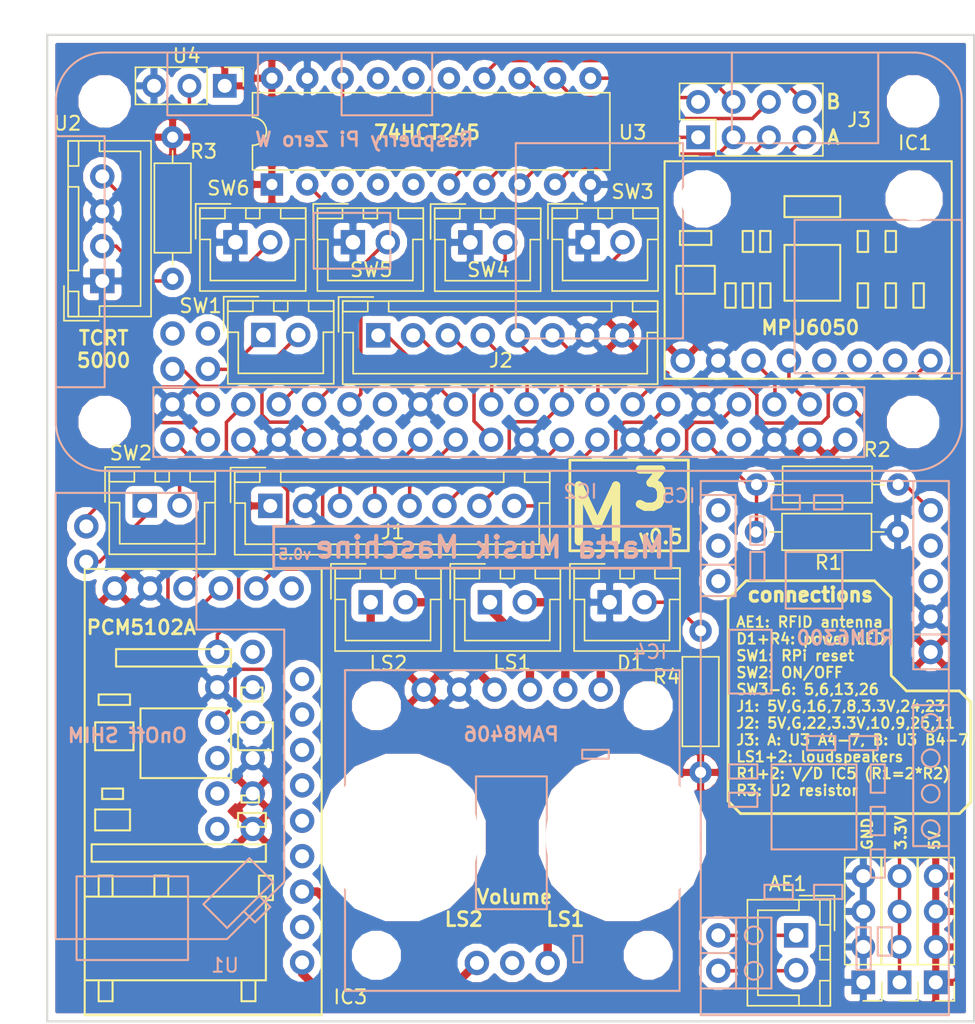
<source format=kicad_pcb>
(kicad_pcb (version 20240108) (generator "pcbnew") (generator_version "8.0")
  (layers (0 "F.Cu" signal) (31 "B.Cu" signal) (34 "B.Paste" user) (35 "F.Paste" user) (36 "B.SilkS" user "B.Silkscreen") (37 "F.SilkS" user "F.Silkscreen") (38 "B.Mask" user) (39 "F.Mask" user) (44 "Edge.Cuts" user))
  (net 0 "")
  (net 1 "Net-(AE1-Pad1)")
  (net 2 "Net-(AE1-Pad2)")
  (net 3 "GNDREF")
  (net 4 "+5V")
  (net 5 "Net-(IC1-Pad3)")
  (net 6 "Net-(IC1-Pad4)")
  (net 7 "Net-(IC1-Pad5)")
  (net 8 "Net-(IC1-Pad6)")
  (net 9 "Net-(IC1-Pad7)")
  (net 10 "Net-(IC1-Pad8)")
  (net 11 "Net-(IC2-Pad21)")
  (net 12 "Net-(IC2-Pad22)")
  (net 13 "Net-(IC2-Pad23)")
  (net 14 "Net-(IC2-Pad24)")
  (net 15 "Net-(IC2-Pad26)")
  (net 16 "Net-(IC2-Pad27)")
  (net 17 "Net-(IC2-Pad28)")
  (net 18 "Net-(IC2-Pad29)")
  (net 19 "Net-(IC2-Pad31)")
  (net 20 "Net-(IC2-Pad32)")
  (net 21 "Net-(IC2-Pad33)")
  (net 22 "Net-(IC2-Pad35)")
  (net 23 "Net-(IC2-Pad36)")
  (net 24 "Net-(IC2-Pad37)")
  (net 25 "Net-(IC2-Pad38)")
  (net 26 "Net-(IC2-Pad40)")
  (net 27 "+3V3")
  (net 28 "Net-(IC2-Pad8)")
  (net 29 "Net-(IC2-Pad10)")
  (net 30 "Net-(IC2-Pad11)")
  (net 31 "Net-(IC2-Pad12)")
  (net 32 "Net-(IC2-Pad15)")
  (net 33 "Net-(IC2-Pad16)")
  (net 34 "Net-(IC2-Pad17)")
  (net 35 "Net-(IC2-Pad18)")
  (net 36 "Net-(IC2-Pad19)")
  (net 37 "Net-(IC2-Pad41)")
  (net 38 "Net-(IC2-Pad42)")
  (net 39 "Net-(IC2-Pad43)")
  (net 40 "Net-(IC2-Pad44)")
  (net 41 "Net-(IC3-Pad6)")
  (net 42 "Net-(IC3-Pad12)")
  (net 43 "Net-(IC3-Pad13)")
  (net 44 "Net-(IC3-Pad14)")
  (net 45 "Net-(IC3-Pad15)")
  (net 46 "Net-(IC3-Pad11)")
  (net 47 "Net-(IC3-Pad10)")
  (net 48 "Net-(IC3-Pad9)")
  (net 49 "Net-(IC3-Pad8)")
  (net 50 "Net-(IC3-Pad7)")
  (net 51 "Net-(IC4-Pad3)")
  (net 52 "Net-(IC4-Pad5)")
  (net 53 "Net-(IC5-Pad3)")
  (net 54 "Net-(IC5-Pad4)")
  (net 55 "Net-(IC5-Pad5)")
  (net 56 "Net-(IC5-Pad6)")
  (net 57 "Net-(IC5-Pad7)")
  (net 58 "Net-(IC5-Pad8)")
  (net 59 "Net-(U3-Pad18)")
  (net 60 "Net-(IC4-Pad6)")
  (net 61 "Net-(IC4-Pad4)")
  (net 62 "Net-(IC4-Pad8)")
  (net 63 "Net-(J3-Pad1)")
  (net 64 "Net-(J3-Pad2)")
  (net 65 "Net-(J3-Pad3)")
  (net 66 "Net-(J3-Pad4)")
  (net 67 "Net-(J3-Pad5)")
  (net 68 "Net-(J3-Pad6)")
  (net 69 "Net-(J3-Pad7)")
  (net 70 "Net-(IC2-Pad7)")
  (net 71 "Net-(SW2-Pad2)")
  (net 72 "Net-(J3-Pad8)")
  (net 73 "Net-(SW2-Pad1)")
  (net 74 "Net-(U3-Pad3)")
  (net 75 "Net-(U3-Pad4)")
  (net 76 "Net-(U3-Pad5)")
  (net 77 "Net-(U3-Pad15)")
  (net 78 "Net-(U3-Pad16)")
  (net 79 "Net-(U3-Pad17)")
  (net 80 "Net-(R3-Pad1)")
  (net 81 "Net-(U1-Pad4)")
  (net 82 "Net-(U1-Pad5)")
  (net 83 "Net-(U1-Pad6)")
  (net 84 "Net-(U1-Pad7)")
  (net 85 "Net-(U1-Pad8)")
  (net 86 "Net-(U1-Pad9)")
  (net 87 "Net-(D1-Pad2)")
  (footprint "Connectors_JST:JST_XH_B02B-XH-A_02x2.50mm_Straight" (layer "F.Cu") (at 183.515 76.4413)
    (property "Reference" "LS1")
    (property "Value" "Right Speaker")
  )
  (footprint "Connectors_JST:JST_XH_B02B-XH-A_02x2.50mm_Straight" (layer "F.Cu") (at 174.9552 76.4413)
    (property "Reference" "LS2")
    (property "Value" "Left Speaker")
  )
  (footprint "Connectors_JST:JST_XH_B02B-XH-A_02x2.50mm_Straight" (layer "F.Cu") (at 167.259 57.277)
    (property "Reference" "SW1")
    (property "Value" "Reset Button")
  )
  (footprint "Connectors_JST:JST_XH_B02B-XH-A_02x2.50mm_Straight" (layer "F.Cu") (at 190.5254 50.6222)
    (property "Reference" "SW3")
    (property "Value" "GPIO 5")
  )
  (footprint "Connectors_JST:JST_XH_B02B-XH-A_02x2.50mm_Straight" (layer "F.Cu") (at 182.1053 50.6349)
    (property "Reference" "SW4")
    (property "Value" "GPIO 6")
  )
  (footprint "Connectors_JST:JST_XH_B02B-XH-A_02x2.50mm_Straight" (layer "F.Cu") (at 173.6852 50.6222)
    (property "Reference" "SW5")
    (property "Value" "GPIO 13")
  )
  (footprint "Connectors_JST:JST_XH_B02B-XH-A_02x2.50mm_Straight" (layer "F.Cu") (at 165.2524 50.6222)
    (property "Reference" "SW6")
    (property "Value" "GPIO 26")
  )
  (footprint "Connectors_JST:JST_XH_B04B-XH-A_04x2.50mm_Straight" (layer "F.Cu") (at 155.702 53.4035 90)
    (property "Reference" "U2")
    (property "Value" "TCRT5000 IR Sensor")
  )
  (footprint "Housings_DIP:DIP-20_W7.62mm" (layer "F.Cu") (at 167.8686 46.482 90)
    (property "Reference" "U3")
    (property "Value" "74HCT245 Level Shifter")
  )
  (footprint "Pin_Headers:Pin_Header_Straight_1x03_Pitch2.54mm" (layer "F.Cu") (at 164.4904 39.4081 -90)
    (property "Reference" "U4")
    (property "Value" "WS2812B")
  )
  (footprint "Connectors_JST:JST_XH_B08B-XH-A_08x2.50mm_Straight" (layer "F.Cu") (at 167.7543 69.5325)
    (property "Reference" "J1")
    (property "Value" "Conn_01x08")
  )
  (footprint "Connectors_JST:JST_XH_B08B-XH-A_08x2.50mm_Straight" (layer "F.Cu") (at 175.5 57.3)
    (property "Reference" "J2")
    (property "Value" "Conn_01x08")
  )
  (footprint "Pin_Headers:Pin_Header_Straight_1x04_Pitch2.54mm" (layer "F.Cu") (at 212.9 103.7 180)
    (property "Reference" "J5" (hide yes))
    (property "Value" "+3.3V")
  )
  (footprint "Pin_Headers:Pin_Header_Straight_1x04_Pitch2.54mm" (layer "F.Cu") (at 210.3 103.7 180)
    (property "Reference" "J4" (hide yes))
    (property "Value" "GND")
  )
  (footprint "Pin_Headers:Pin_Header_Straight_1x04_Pitch2.54mm" (layer "F.Cu") (at 215.5 103.7 180)
    (property "Reference" "J6" (hide yes))
    (property "Value" "+5V")
  )
  (footprint "footprints:PCM5102" (layer "F.Cu") (at 170.0403 81.9531 -90)
    (property "Reference" "IC3")
    (property "Value" "PCM5102 Audio Stereo DAC")
  )
  (footprint "footprints:MPU6050" (layer "F.Cu") (at 197.3453 59.1185)
    (property "Reference" "IC1")
    (property "Value" "MPU6050 Gyro + Accelerometer")
  )
  (footprint "Connectors_JST:JST_XH_B02B-XH-A_02x2.50mm_Straight" (layer "F.Cu") (at 192.1002 76.4413)
    (property "Reference" "D1")
    (property "Value" "Power LED")
  )
  (footprint "Resistors_THT:R_Axial_DIN0207_L6.3mm_D2.5mm_P10.16mm_Horizontal" (layer "F.Cu") (at 202.6 71.4)
    (property "Reference" "R1")
    (property "Value" "2a")
  )
  (footprint "Resistors_THT:R_Axial_DIN0207_L6.3mm_D2.5mm_P10.16mm_Horizontal" (layer "F.Cu") (at 212.8 68 180)
    (property "Reference" "R2")
    (property "Value" "a")
  )
  (footprint "Resistors_THT:R_Axial_DIN0207_L6.3mm_D2.5mm_P10.16mm_Horizontal" (layer "F.Cu") (at 160.75 53.25 90)
    (property "Reference" "R3")
    (property "Value" "220R")
  )
  (footprint "Resistors_THT:R_Axial_DIN0207_L6.3mm_D2.5mm_P10.16mm_Horizontal" (layer "F.Cu") (at 198.628 78.486 -90)
    (property "Reference" "R4")
    (property "Value" "R")
  )
  (footprint "Connectors_JST:JST_XH_B02B-XH-A_02x2.50mm_Straight" (layer "F.Cu") (at 158.75 69.5)
    (property "Reference" "SW2")
    (property "Value" "ON/OFF Button")
  )
  (footprint "Pin_Headers:Pin_Header_Straight_2x04_Pitch2.54mm" (layer "F.Cu") (at 198.45 43.1 90)
    (property "Reference" "J3")
    (property "Value" "Conn_02x04_Odd_Even")
  )
  (footprint "Connectors_JST:JST_XH_B02B-XH-A_02x2.50mm_Straight" (layer "F.Cu") (at 205.486 100.33 -90)
    (property "Reference" "AE1")
    (property "Value" "RFID Antenna")
  )
  (footprint "footprints:PAM8406" (layer "B.Cu") (at 182.5752 102.3112 180)
    (property "Reference" "IC4")
    (property "Value" "PAM8406 Audio Amplifier")
  )
  (footprint "footprints:OnOffShim" (layer "B.Cu") (at 159.875 86.45)
    (property "Reference" "U1")
    (property "Value" "OnOffShim")
  )
  (footprint "footprints:RaspberryPiZeroW_UpSideDown" (layer "B.Cu") (at 209 62.25)
    (property "Reference" "IC2")
    (property "Value" "RaspberryPiZeroW")
  )
  (footprint "footprints:RDM6300" (layer "B.Cu") (at 215.138 80.01 -90)
    (property "Reference" "IC5")
    (property "Value" "RDM6300 RFID Reader")
  )
  (gr_line (start 196.5 71) (end 168 71) (stroke (width 0.2)) (layer "B.SilkS"))
  (gr_line (start 168 74) (end 196.5 74) (stroke (width 0.2)) (layer "B.SilkS"))
  (gr_line (start 196.5 74) (end 196.5 71) (stroke (width 0.2)) (layer "B.SilkS"))
  (gr_line (start 168 71) (end 168 74) (stroke (width 0.2)) (layer "B.SilkS"))
  (gr_line (start 212.3 76.1) (end 212.3 81.7) (stroke (width 0.2)) (layer "F.SilkS"))
  (gr_line (start 218 90.8) (end 217.2 91.6) (stroke (width 0.2)) (layer "F.SilkS"))
  (gr_line (start 197.75 66.25) (end 189.25 66.25) (stroke (width 0.2)) (layer "F.SilkS"))
  (gr_line (start 189.25 66.25) (end 189.25 72.75) (stroke (width 0.2)) (layer "F.SilkS"))
  (gr_line (start 189.25 72.75) (end 197.75 72.75) (stroke (width 0.2)) (layer "F.SilkS"))
  (gr_line (start 200.6 76.2) (end 200.6 90.7) (stroke (width 0.2)) (layer "F.SilkS"))
  (gr_line (start 211.1 74.9) (end 212.3 76.1) (stroke (width 0.2)) (layer "F.SilkS"))
  (gr_line (start 212.3 81.7) (end 213.4 82.8) (stroke (width 0.2)) (layer "F.SilkS"))
  (gr_line (start 217.2 91.6) (end 201.5 91.6) (stroke (width 0.2)) (layer "F.SilkS"))
  (gr_line (start 200.6 90.7) (end 201.5 91.6) (stroke (width 0.2)) (layer "F.SilkS"))
  (gr_line (start 218 83.6) (end 218 90.8) (stroke (width 0.2)) (layer "F.SilkS"))
  (gr_line (start 197.75 72.75) (end 197.75 66.25) (stroke (width 0.2)) (layer "F.SilkS"))
  (gr_line (start 217.2 82.8) (end 218 83.6) (stroke (width 0.2)) (layer "F.SilkS"))
  (gr_line (start 201.9 74.9) (end 211.1 74.9) (stroke (width 0.2)) (layer "F.SilkS"))
  (gr_line (start 200.6 76.2) (end 201.9 74.9) (stroke (width 0.2)) (layer "F.SilkS"))
  (gr_line (start 217.2 82.8) (end 213.4 82.8) (stroke (width 0.2)) (layer "F.SilkS"))
  (gr_line (start 218.25 106.5) (end 218.25 35.75) (stroke (width 0.15)) (layer "Edge.Cuts"))
  (gr_line (start 218.25 35.75) (end 218.25 106.5) (stroke (width 0.15)) (layer "Edge.Cuts"))
  (gr_line (start 151.75 35.75) (end 218.25 35.75) (stroke (width 0.15)) (layer "Edge.Cuts"))
  (gr_line (start 151.75 106.5) (end 218.25 106.5) (stroke (width 0.15)) (layer "Edge.Cuts"))
  (gr_line (start 151.75 106.5) (end 151.75 35.75) (stroke (width 0.15)) (layer "Edge.Cuts"))
  (gr_text "OnOff SHIM" (at 157.5 86 0) (layer "B.SilkS") (effects (font (size 1 1) (thickness 0.2)) (justify mirror)))
  (gr_text "RDM6300" (at 209 79 0) (layer "B.SilkS") (effects (font (size 1 1) (thickness 0.2)) (justify mirror)))
  (gr_text "PAM8406" (at 185.039 85.9155 0) (layer "B.SilkS") (effects (font (size 1 1) (thickness 0.2)) (justify mirror)))
  (gr_text "Raspberry Pi Zero W" (at 174.5 43.25 0) (layer "B.SilkS") (effects (font (size 1 1) (thickness 0.2)) (justify mirror)))
  (gr_text "v0.5" (at 169.5 73 0) (layer "B.SilkS") (effects (font (size 0.75 0.75)) (justify mirror)))
  (gr_text "Marta Musik Maschine" (at 183.5 72.5 0) (layer "B.SilkS") (effects (font (size 1.5 1.5) (thickness 0.3)) (justify mirror)))
  (gr_text "v0.5" (at 195.75 71.75 0) (layer "F.SilkS") (effects (font (size 1 1) (thickness 0.2))))
  (gr_text "MPU6050" (at 206.5 56.75 0) (layer "F.SilkS") (effects (font (size 1 1) (thickness 0.2))))
  (gr_text "GND\n\n3.3V\n\n5V" (at 213 94.3 90) (layer "F.SilkS") (effects (font (size 0.75 0.75) (thickness 0.16)) (justify left)))
  (gr_text "TCRT\n5000" (at 155.8 58.3 0) (layer "F.SilkS") (effects (font (size 1 1) (thickness 0.2))))
  (gr_text "M³" (at 192.75 70.25 0) (layer "F.SilkS") (effects (font (size 4 4) (thickness 0.6))))
  (gr_text "connections" (at 206.5 75.9 0) (layer "F.SilkS") (effects (font (size 1 1) (thickness 0.25))))
  (gr_text "A" (at 208.15 43.1 0) (layer "F.SilkS") (effects (font (size 1 1) (thickness 0.2))))
  (gr_text "B" (at 208.15 40.55 0) (layer "F.SilkS") (effects (font (size 1 1) (thickness 0.2))))
  (gr_text "74HCT245" (at 179 42.75 0) (layer "F.SilkS") (effects (font (size 1 1) (thickness 0.2))))
  (gr_text "PCM5102A" (at 158.5 78.25 0) (layer "F.SilkS") (effects (font (size 1 1) (thickness 0.2))))
  (gr_text "Volume\nLS2      LS1" (at 185.2803 98.3742 0) (layer "F.SilkS") (effects (font (size 1 1) (thickness 0.2))))
  (gr_text "AE1: RFID antenna\nD1+R4: power LED\nSW1: RPi reset\nSW2: ON/OFF\nSW3-6: 5,6,13,26\nJ1: 5V,G,16,7,8,3.3V,24,23\nJ2: 5V,G,22,3.3V,10,9,25,11\nJ3: A: U3 A4-7, B: U3 B4-7\nLS1+2: loudspeakers\nR1+2: V/D IC5 (R1=2*R2)\nR3: U2 resistor\n" (at 201.1 83.9 0) (layer "F.SilkS") (effects (font (size 0.75 0.75)) (justify left)))
  (segment (start 205.486 100.33) (end 199.898 100.33) (width 0.25) (layer "F.Cu") (net 1))
  (segment (start 205.446 102.87) (end 205.486 102.83) (width 0.25) (layer "F.Cu") (net 2))
  (segment (start 199.898 102.87) (end 205.446 102.87) (width 0.25) (layer "F.Cu") (net 2))
  (segment (start 202.4253 59.1439) (end 203.962 60.6806) (width 0.25) (layer "F.Cu") (net 5))
  (segment (start 203.962 60.6806) (end 203.962 62.2808) (width 0.25) (layer "F.Cu") (net 5))
  (segment (start 202.4253 59.1185) (end 202.4253 59.1439) (width 0.25) (layer "F.Cu") (net 5))
  (segment (start 204.9653 60.7441) (end 206.502 62.2808) (width 0.25) (layer "F.Cu") (net 6))
  (segment (start 204.9653 59.1185) (end 204.9653 60.7441) (width 0.25) (layer "F.Cu") (net 6))
  (segment (start 207.3148 63.5889) (end 207.7847 63.119) (width 0.25) (layer "F.Cu") (net 10))
  (segment (start 207.7847 63.119) (end 207.7847 61.2902) (width 0.25) (layer "F.Cu") (net 10))
  (segment (start 207.7847 61.2902) (end 208.3435 60.7314) (width 0.25) (layer "F.Cu") (net 10))
  (segment (start 208.3435 60.7314) (end 213.5124 60.7314) (width 0.25) (layer "F.Cu") (net 10))
  (segment (start 213.5124 60.7314) (end 215.1253 59.1185) (width 0.25) (layer "F.Cu") (net 10))
  (segment (start 193.802 62.2681) (end 195.1736 60.8965) (width 0.25) (layer "F.Cu") (net 10))
  (segment (start 195.1736 60.8965) (end 201.9808 60.8965) (width 0.25) (layer "F.Cu") (net 10))
  (segment (start 201.9808 60.8965) (end 202.6666 61.5823) (width 0.25) (layer "F.Cu") (net 10))
  (segment (start 202.6666 61.5823) (end 202.6666 63.0682) (width 0.25) (layer "F.Cu") (net 10))
  (segment (start 202.6666 63.0682) (end 203.1873 63.5889) (width 0.25) (layer "F.Cu") (net 10))
  (segment (start 203.1873 63.5889) (end 207.3148 63.5889) (width 0.25) (layer "F.Cu") (net 10))
  (segment (start 180.8315 57.4383) (end 183.642 60.2488) (width 0.25) (layer "F.Cu") (net 11))
  (segment (start 183.642 60.2488) (end 183.642 62.2808) (width 0.25) (layer "F.Cu") (net 11))
  (segment (start 183.642 64.7192) (end 182.372 63.4492) (width 0.25) (layer "F.Cu") (net 12))
  (segment (start 182.372 63.4492) (end 182.372 61.3175) (width 0.25) (layer "F.Cu") (net 12))
  (segment (start 182.372 61.3175) (end 178.3315 57.277) (width 0.25) (layer "F.Cu") (net 12))
  (segment (start 183.642 64.8208) (end 183.642 64.7192) (width 0.25) (layer "F.Cu") (net 12))
  (segment (start 176.0982 57.277) (end 181.102 62.2808) (width 0.25) (layer "F.Cu") (net 13))
  (segment (start 181.0893 64.8208) (end 177.7543 68.1558) (width 0.25) (layer "F.Cu") (net 14))
  (segment (start 177.7543 68.1558) (end 177.7543 69.5325) (width 0.25) (layer "F.Cu") (net 14))
  (segment (start 181.102 64.8208) (end 181.102 64.9224) (width 0.25) (layer "F.Cu") (net 14))
  (segment (start 181.102 64.8208) (end 181.0893 64.8208) (width 0.25) (layer "F.Cu") (net 14))
  (segment (start 178.562 64.8462) (end 175.2543 68.1539) (width 0.25) (layer "F.Cu") (net 15))
  (segment (start 175.2543 68.1539) (end 175.2543 69.5325) (width 0.25) (layer "F.Cu") (net 15))
  (segment (start 178.562 64.8208) (end 178.562 64.8462) (width 0.25) (layer "F.Cu") (net 15))
  (segment (start 185.7883 52.2986) (end 191.9859 52.2986) (width 0.25) (layer "F.Cu") (net 18))
  (segment (start 191.9859 52.2986) (end 193.0254 51.2591) (width 0.25) (layer "F.Cu") (net 18))
  (segment (start 193.0254 51.2591) (end 193.0254 50.6222) (width 0.25) (layer "F.Cu") (net 18))
  (segment (start 173.482 62.2681) (end 174.25005 61.50005) (width 0.25) (layer "F.Cu") (net 18))
  (segment (start 174.4091 54.229) (end 175.2473 53.3908) (width 0.25) (layer "F.Cu") (net 18))
  (segment (start 175.2473 53.3908) (end 184.6961 53.3908) (width 0.25) (layer "F.Cu") (net 18))
  (segment (start 174.25005 54.38805) (end 174.4091 54.229) (width 0.25) (layer "F.Cu") (net 18))
  (segment (start 173.482 62.2808) (end 173.482 62.2681) (width 0.25) (layer "F.Cu") (net 18))
  (segment (start 174.25005 61.50005) (end 174.25005 54.38805) (width 0.25) (layer "F.Cu") (net 18))
  (segment (start 184.6961 53.3908) (end 185.7883 52.2986) (width 0.25) (layer "F.Cu") (net 18))
  (segment (start 183.7182 52.7558) (end 184.6053 51.8687) (width 0.25) (layer "F.Cu") (net 19))
  (segment (start 184.6053 51.8687) (end 184.6053 50.6349) (width 0.25) (layer "F.Cu") (net 19))
  (segment (start 170.942 62.23) (end 173.5201 59.6519) (width 0.25) (layer "F.Cu") (net 19))
  (segment (start 173.5201 59.6519) (end 173.5201 54.0131) (width 0.25) (layer "F.Cu") (net 19))
  (segment (start 173.5201 54.0131) (end 174.7774 52.7558) (width 0.25) (layer "F.Cu") (net 19))
  (segment (start 174.7774 52.7558) (end 183.7182 52.7558) (width 0.25) (layer "F.Cu") (net 19))
  (segment (start 170.942 64.77) (end 169.6974 63.5254) (width 0.25) (layer "F.Cu") (net 20))
  (segment (start 169.6974 63.5254) (end 167.6781 63.5254) (width 0.25) (layer "F.Cu") (net 20))
  (segment (start 167.6781 63.5254) (end 167.1574 63.0047) (width 0.25) (layer "F.Cu") (net 20))
  (segment (start 167.1574 63.0047) (end 167.1574 60.9346) (width 0.25) (layer "F.Cu") (net 20))
  (segment (start 167.1574 60.9346) (end 168.1353 59.9567) (width 0.25) (layer "F.Cu") (net 20))
  (segment (start 168.1353 59.9567) (end 169.1005 59.9567) (width 0.25) (layer "F.Cu") (net 20))
  (segment (start 169.1005 59.9567) (end 169.8244 59.2328) (width 0.25) (layer "F.Cu") (net 20))
  (segment (start 169.8244 59.2328) (end 170.9166 59.2328) (width 0.25) (layer "F.Cu") (net 20))
  (segment (start 170.9166 59.2328) (end 171.6151 58.5343) (width 0.25) (layer "F.Cu") (net 20))
  (segment (start 171.6151 58.5343) (end 171.6151 47.6885) (width 0.25) (layer "F.Cu") (net 20))
  (segment (start 171.6151 47.6885) (end 170.4086 46.482) (width 0.25) (layer "F.Cu") (net 20))
  (segment (start 170.942 64.8208) (end 170.942 64.77) (width 0.25) (layer "F.Cu") (net 20))
  (segment (start 176.0474 50.6222) (end 172.6819 53.9877) (width 0.25) (layer "F.Cu") (net 21))
  (segment (start 172.6819 53.9877) (end 172.6819 59.0169) (width 0.25) (layer "F.Cu") (net 21))
  (segment (start 172.6819 59.0169) (end 171.1452 60.5536) (width 0.25) (layer "F.Cu") (net 21))
  (segment (start 171.1452 60.5536) (end 170.1292 60.5536) (width 0.25) (layer "F.Cu") (net 21))
  (segment (start 170.1292 60.5536) (end 168.402 62.2808) (width 0.25) (layer "F.Cu") (net 21))
  (segment (start 164.6047 63.5381) (end 165.862 62.2808) (width 0.25) (layer "F.Cu") (net 22))
  (segment (start 161.6703 75.4006) (end 163.4617 73.6092) (width 0.25) (layer "F.Cu") (net 22))
  (segment (start 164.6047 65.8876) (end 164.6047 63.5381) (width 0.25) (layer "F.Cu") (net 22))
  (segment (start 164.6301 65.8876) (end 165.6715 66.929) (width 0.25) (layer "F.Cu") (net 22))
  (segment (start 165.6715 66.929) (end 170.4721 66.929) (width 0.25) (layer "F.Cu") (net 22))
  (segment (start 170.4721 66.929) (end 171.5135 67.9704) (width 0.25) (layer "F.Cu") (net 22))
  (segment (start 171.5135 67.9704) (end 171.5135 70.6755) (width 0.25) (layer "F.Cu") (net 22))
  (segment (start 164.4015 72.6694) (end 169.5196 72.6694) (width 0.25) (layer "F.Cu") (net 22))
  (segment (start 169.5196 72.6694) (end 171.5135 70.6755) (width 0.25) (layer "F.Cu") (net 22))
  (segment (start 164.6047 65.8876) (end 164.6301 65.8876) (width 0.25) (layer "F.Cu") (net 22))
  (segment (start 163.4617 73.6092) (end 164.4015 72.6694) (width 0.25) (layer "F.Cu") (net 22))
  (segment (start 165.8874 64.8208) (end 167.386 66.3194) (width 0.25) (layer "F.Cu") (net 23))
  (segment (start 167.386 66.3194) (end 171.4754 66.3194) (width 0.25) (layer "F.Cu") (net 23))
  (segment (start 171.4754 66.3194) (end 172.7543 67.5983) (width 0.25) (layer "F.Cu") (net 23))
  (segment (start 172.7543 67.5983) (end 172.7543 69.5325) (width 0.25) (layer "F.Cu") (net 23))
  (segment (start 165.862 64.8208) (end 165.8874 64.8208) (width 0.25) (layer "F.Cu") (net 23))
  (segment (start 163.195 62.2808) (end 161.925 61.0108) (width 0.25) (layer "F.Cu") (net 24))
  (segment (start 161.925 61.0108) (end 159.8295 61.0108) (width 0.25) (layer "F.Cu") (net 24))
  (segment (start 159.8295 61.0108) (end 159.131 60.3123) (width 0.25) (layer "F.Cu") (net 24))
  (segment (start 159.131 60.3123) (end 159.131 56.3499) (width 0.25) (layer "F.Cu") (net 24))
  (segment (start 159.131 56.3499) (end 160.4899 54.991) (width 0.25) (layer "F.Cu") (net 24))
  (segment (start 160.4899 54.991) (end 163.3836 54.991) (width 0.25) (layer "F.Cu") (net 24))
  (segment (start 163.3836 54.991) (end 167.7524 50.6222) (width 0.25) (layer "F.Cu") (net 24))
  (segment (start 163.1188 64.8208) (end 161.8615 63.5635) (width 0.25) (layer "F.Cu") (net 25))
  (segment (start 161.8615 63.5635) (end 160.02 63.5635) (width 0.25) (layer "F.Cu") (net 25))
  (segment (start 160.02 63.5635) (end 158.1785 61.722) (width 0.25) (layer "F.Cu") (net 25))
  (segment (start 157.353 51.562) (end 156.6945 50.9035) (width 0.25) (layer "F.Cu") (net 25))
  (segment (start 156.6945 50.9035) (end 155.702 50.9035) (width 0.25) (layer "F.Cu") (net 25))
  (segment (start 158.1785 54.356) (end 157.353 53.5305) (width 0.25) (layer "F.Cu") (net 25))
  (segment (start 157.353 53.5305) (end 157.353 51.562) (width 0.25) (layer "F.Cu") (net 25))
  (segment (start 163.322 64.8208) (end 163.1188 64.8208) (width 0.25) (layer "F.Cu") (net 25))
  (segment (start 158.1785 61.722) (end 158.1785 54.356) (width 0.25) (layer "F.Cu") (net 25))
  (segment (start 164.0689 75.4531) (end 162.2806 77.2414) (width 0.25) (layer "F.Cu") (net 26))
  (segment (start 162.2806 77.2414) (end 161.1757 77.2414) (width 0.25) (layer "F.Cu") (net 26))
  (segment (start 161.1757 77.2414) (end 160.4137 76.4794) (width 0.25) (layer "F.Cu") (net 26))
  (segment (start 160.4137 76.4794) (end 160.4137 74.5744) (width 0.25) (layer "F.Cu") (net 26))
  (segment (start 160.4137 74.5744) (end 162.3441 72.644) (width 0.25) (layer "F.Cu") (net 26))
  (segment (start 168.4401 67.8688) (end 168.9989 68.4276) (width 0.25) (layer "F.Cu") (net 26))
  (segment (start 168.9989 68.4276) (end 168.9989 70.4596) (width 0.25) (layer "F.Cu") (net 26))
  (segment (start 165.3032 67.8688) (end 168.4401 67.8688) (width 0.25) (layer "F.Cu") (net 26))
  (segment (start 165.3032 67.7672) (end 164.084 66.548) (width 0.25) (layer "F.Cu") (net 26))
  (segment (start 164.084 66.548) (end 162.5092 66.548) (width 0.25) (layer "F.Cu") (net 26))
  (segment (start 162.5092 66.548) (end 160.782 64.8208) (width 0.25) (layer "F.Cu") (net 26))
  (segment (start 163.2204 71.7677) (end 168.3258 71.7677) (width 0.25) (layer "F.Cu") (net 26))
  (segment (start 168.3258 71.7677) (end 168.9989 71.0946) (width 0.25) (layer "F.Cu") (net 26))
  (segment (start 168.9989 71.0946) (end 168.9989 70.4596) (width 0.25) (layer "F.Cu") (net 26))
  (segment (start 165.3032 67.8688) (end 165.3032 67.7672) (width 0.25) (layer "F.Cu") (net 26))
  (segment (start 162.3441 72.644) (end 163.2204 71.7677) (width 0.25) (layer "F.Cu") (net 26))
  (segment (start 209.25 62.25) (end 211.1 64.1) (width 0.25) (layer "F.Cu") (net 27))
  (segment (start 211.1 64.1) (end 211.1 65.5) (width 0.25) (layer "F.Cu") (net 27))
  (segment (start 211.1 65.5) (end 209.4 67.2) (width 0.25) (layer "F.Cu") (net 27))
  (segment (start 209.4 67.2) (end 209.4 86.2) (width 0.25) (layer "F.Cu") (net 27))
  (segment (start 209.4 86.2) (end 212.9 89.7) (width 0.25) (layer "F.Cu") (net 27))
  (segment (start 212.9 89.7) (end 212.9 96.08) (width 0.25) (layer "F.Cu") (net 27))
  (segment (start 212.9 101.16) (end 212.9 103.7) (width 0.25) (layer "F.Cu") (net 27))
  (segment (start 212.9 98.62) (end 212.9 101.16) (width 0.25) (layer "F.Cu") (net 27))
  (segment (start 212.9 96.08) (end 212.9 98.62) (width 0.25) (layer "F.Cu") (net 27))
  (segment (start 202.05 68) (end 198.84 64.79) (width 0.25) (layer "F.Cu") (net 29))
  (segment (start 202.64 68) (end 202.64 71.36) (width 0.25) (layer "F.Cu") (net 29))
  (segment (start 202.64 68) (end 202.05 68) (width 0.25) (layer "F.Cu") (net 29))
  (segment (start 163.96048 78.767) (end 165.48608 77.2414) (width 0.25) (layer "F.Cu") (net 30))
  (segment (start 165.48608 77.2414) (end 165.48608 74.04608) (width 0.25) (layer "F.Cu") (net 30))
  (segment (start 165.48608 74.04608) (end 166.1414 73.39076) (width 0.25) (layer "F.Cu") (net 30))
  (segment (start 166.1414 73.39076) (end 170.2054 73.39076) (width 0.25) (layer "F.Cu") (net 30))
  (segment (start 170.2054 73.39076) (end 172.50156 71.0946) (width 0.25) (layer "F.Cu") (net 30))
  (segment (start 172.50156 71.0946) (end 187.54852 71.0946) (width 0.25) (layer "F.Cu") (net 30))
  (segment (start 187.54852 71.0946) (end 192.53708 66.10604) (width 0.25) (layer "F.Cu") (net 30))
  (segment (start 192.53708 66.10604) (end 192.53708 64.1604) (width 0.25) (layer "F.Cu") (net 30))
  (segment (start 192.53708 64.1604) (end 193.16192 63.53556) (width 0.25) (layer "F.Cu") (net 30))
  (segment (start 193.16192 63.53556) (end 195.08724 63.53556) (width 0.25) (layer "F.Cu") (net 30))
  (segment (start 195.08724 63.53556) (end 196.342 62.2808) (width 0.25) (layer "F.Cu") (net 30))
  (segment (start 163.955 78.77248) (end 163.96048 78.767) (width 0.25) (layer "F.Cu") (net 30))
  (segment (start 163.955 80) (end 163.955 78.77248) (width 0.25) (layer "F.Cu") (net 30))
  (segment (start 194.52844 66.63436) (end 196.342 64.8208) (width 0.25) (layer "F.Cu") (net 31))
  (segment (start 193.4464 66.63436) (end 188.1378 71.94296) (width 0.25) (layer "F.Cu") (net 31))
  (segment (start 188.1378 71.94296) (end 172.86224 71.94296) (width 0.25) (layer "F.Cu") (net 31))
  (segment (start 172.86224 71.94296) (end 170.74388 74.06132) (width 0.25) (layer "F.Cu") (net 31))
  (segment (start 168.14208 74.06132) (end 166.7503 75.4531) (width 0.25) (layer "F.Cu") (net 31))
  (segment (start 170.74388 74.06132) (end 168.14208 74.06132) (width 0.25) (layer "F.Cu") (net 31))
  (segment (start 194.52844 66.63436) (end 193.4464 66.63436) (width 0.25) (layer "F.Cu") (net 31))
  (segment (start 188.3315 57.4707) (end 191.262 60.4012) (width 0.25) (layer "F.Cu") (net 32))
  (segment (start 191.262 60.4012) (end 191.262 62.2808) (width 0.25) (layer "F.Cu") (net 32))
  (segment (start 191.262 65.0367) (end 186.7662 69.5325) (width 0.25) (layer "F.Cu") (net 33))
  (segment (start 186.7662 69.5325) (end 185.2543 69.5325) (width 0.25) (layer "F.Cu") (net 33))
  (segment (start 188.68 60.93) (end 185.5 57.75) (width 0.25) (layer "F.Cu") (net 34))
  (segment (start 188.65 62.25) (end 187.4 63.5) (width 0.25) (layer "F.Cu") (net 34))
  (segment (start 187.4 63.5) (end 185.25 63.5) (width 0.25) (layer "F.Cu") (net 34))
  (segment (start 185.25 63.5) (end 184.9 63.85) (width 0.25) (layer "F.Cu") (net 34))
  (segment (start 184.9 63.85) (end 184.9 65.95) (width 0.25) (layer "F.Cu") (net 34))
  (segment (start 184.9 65.95) (end 183.55 67.3) (width 0.25) (layer "F.Cu") (net 34))
  (segment (start 183.55 67.3) (end 182.4868 67.3) (width 0.25) (layer "F.Cu") (net 34))
  (segment (start 182.4868 67.3) (end 180.2543 69.5325) (width 0.25) (layer "F.Cu") (net 34))
  (segment (start 188.68 62.25) (end 188.65 62.25) (width 0.25) (layer "F.Cu") (net 34))
  (segment (start 188.68 62.25) (end 188.68 60.93) (width 0.25) (layer "F.Cu") (net 34))
  (segment (start 188.722 64.9097) (end 186.3471 67.2846) (width 0.25) (layer "F.Cu") (net 35))
  (segment (start 186.3471 67.2846) (end 185.0022 67.2846) (width 0.25) (layer "F.Cu") (net 35))
  (segment (start 185.0022 67.2846) (end 182.7543 69.5325) (width 0.25) (layer "F.Cu") (net 35))
  (segment (start 183.3315 57.7539) (end 186.182 60.6044) (width 0.25) (layer "F.Cu") (net 36))
  (segment (start 186.182 60.6044) (end 186.182 62.2808) (width 0.25) (layer "F.Cu") (net 36))
  (segment (start 164.7952 59.7408) (end 167.259 57.277) (width 0.25) (layer "F.Cu") (net 37))
  (segment (start 163.322 59.7408) (end 164.7952 59.7408) (width 0.25) (layer "F.Cu") (net 37))
  (segment (start 162.687 60.96) (end 161.4678 59.7408) (width 0.25) (layer "F.Cu") (net 38))
  (segment (start 161.4678 59.7408) (end 160.782 59.7408) (width 0.25) (layer "F.Cu") (net 38))
  (segment (start 169.759 57.317) (end 168.2115 58.8645) (width 0.25) (layer "F.Cu") (net 38))
  (segment (start 168.2115 58.8645) (end 166.751 58.8645) (width 0.25) (layer "F.Cu") (net 38))
  (segment (start 166.751 58.8645) (end 164.6555 60.96) (width 0.25) (layer "F.Cu") (net 38))
  (segment (start 164.6555 60.96) (end 162.687 60.96) (width 0.25) (layer "F.Cu") (net 38))
  (segment (start 169.759 57.277) (end 169.759 57.317) (width 0.25) (layer "F.Cu") (net 38))
  (segment (start 171.1325 97.1931) (end 173.5582 99.6188) (width 0.6) (layer "F.Cu") (net 43))
  (segment (start 173.5582 99.6188) (end 186.4106 99.6188) (width 0.6) (layer "F.Cu") (net 43))
  (segment (start 186.4106 99.6188) (end 187.6552 100.8634) (width 0.6) (layer "F.Cu") (net 43))
  (segment (start 187.6552 100.8634) (end 187.6552 102.3112) (width 0.6) (layer "F.Cu") (net 43))
  (segment (start 170.0403 97.1931) (end 171.1325 97.1931) (width 0.6) (layer "F.Cu") (net 43))
  (segment (start 170.0403 103.0605) (end 171.3611 104.3813) (width 0.6) (layer "F.Cu") (net 45))
  (segment (start 171.3611 104.3813) (end 180.5051 104.3813) (width 0.6) (layer "F.Cu") (net 45))
  (segment (start 180.5051 104.3813) (end 182.5752 102.3112) (width 0.6) (layer "F.Cu") (net 45))
  (segment (start 170.0403 102.2731) (end 170.0403 103.0605) (width 0.6) (layer "F.Cu") (net 45))
  (segment (start 183.8452 82.6452) (end 179.7 78.5) (width 0.6) (layer "F.Cu") (net 51))
  (segment (start 179.7 78.5) (end 175.5 78.5) (width 0.6) (layer "F.Cu") (net 51))
  (segment (start 175.5 78.5) (end 174.9552 77.9552) (width 0.6) (layer "F.Cu") (net 51))
  (segment (start 174.9552 77.9552) (end 174.9552 76.4413) (width 0.6) (layer "F.Cu") (net 51))
  (segment (start 183.515 76.9493) (end 185.1914 78.6257) (width 0.6) (layer "F.Cu") (net 52))
  (segment (start 185.1914 78.6257) (end 187.2869 78.6257) (width 0.6) (layer "F.Cu") (net 52))
  (segment (start 187.2869 78.6257) (end 188.9252 80.264) (width 0.6) (layer "F.Cu") (net 52))
  (segment (start 188.9252 80.264) (end 188.9252 82.7112) (width 0.6) (layer "F.Cu") (net 52))
  (segment (start 183.515 76.4413) (end 183.515 76.9493) (width 0.6) (layer "F.Cu") (net 52))
  (segment (start 213.288 68) (end 215.138 69.85) (width 0.25) (layer "F.Cu") (net 55))
  (segment (start 212.8 68) (end 213.288 68) (width 0.25) (layer "F.Cu") (net 55))
  (segment (start 172.9486 40.5257) (end 172.0215 41.4528) (width 0.25) (layer "F.Cu") (net 59))
  (segment (start 172.0215 41.4528) (end 162.4076 41.4528) (width 0.25) (layer "F.Cu") (net 59))
  (segment (start 162.4076 41.4528) (end 161.9504 40.9956) (width 0.25) (layer "F.Cu") (net 59))
  (segment (start 161.9504 40.9956) (end 161.9504 39.4081) (width 0.25) (layer "F.Cu") (net 59))
  (segment (start 172.9486 38.862) (end 172.9486 40.5257) (width 0.25) (layer "F.Cu") (net 59))
  (segment (start 188.4934 76.4413) (end 191.4652 79.4131) (width 0.6) (layer "F.Cu") (net 60))
  (segment (start 191.4652 79.4131) (end 191.4652 82.7112) (width 0.6) (layer "F.Cu") (net 60))
  (segment (start 186.015 76.4413) (end 188.4934 76.4413) (width 0.6) (layer "F.Cu") (net 60))
  (segment (start 180.0352 76.4413) (end 183.896 80.3021) (width 0.6) (layer "F.Cu") (net 61))
  (segment (start 183.896 80.3021) (end 185.7502 80.3021) (width 0.6) (layer "F.Cu") (net 61))
  (segment (start 185.7502 80.3021) (end 186.3852 80.9371) (width 0.6) (layer "F.Cu") (net 61))
  (segment (start 186.3852 80.9371) (end 186.3852 82.7112) (width 0.6) (layer "F.Cu") (net 61))
  (segment (start 177.4552 76.4413) (end 180.0352 76.4413) (width 0.6) (layer "F.Cu") (net 61))
  (segment (start 180.5686 46.3314) (end 183.8 43.1) (width 0.25) (layer "F.Cu") (net 63))
  (segment (start 183.8 43.1) (end 198.45 43.1) (width 0.25) (layer "F.Cu") (net 63))
  (segment (start 180.5686 46.482) (end 180.5686 46.5709) (width 0.25) (layer "F.Cu") (net 63))
  (segment (start 180.5686 46.482) (end 180.5686 46.3314) (width 0.25) (layer "F.Cu") (net 63))
  (segment (start 180.5686 46.482) (end 180.5686 46.6217) (width 0.25) (layer "F.Cu") (net 63))
  (segment (start 180.5686 46.482) (end 180.5686 46.4947) (width 0.25) (layer "F.Cu") (net 63))
  (segment (start 188.1886 38.9386) (end 189.5 40.25) (width 0.25) (layer "F.Cu") (net 64))
  (segment (start 189.5 40.25) (end 198.14 40.25) (width 0.25) (layer "F.Cu") (net 64))
  (segment (start 198.14 40.25) (end 198.45 40.56) (width 0.25) (layer "F.Cu") (net 64))
  (segment (start 200.99 43.21) (end 199.9 44.3) (width 0.25) (layer "F.Cu") (net 65))
  (segment (start 199.9 44.3) (end 185.2906 44.3) (width 0.25) (layer "F.Cu") (net 65))
  (segment (start 185.2906 44.3) (end 183.1086 46.482) (width 0.25) (layer "F.Cu") (net 65))
  (segment (start 183.1086 46.482) (end 183.1086 46.4947) (width 0.25) (layer "F.Cu") (net 65))
  (segment (start 199.292 38.862) (end 200.99 40.56) (width 0.25) (layer "F.Cu") (net 66))
  (segment (start 190.7286 38.862) (end 199.292 38.862) (width 0.25) (layer "F.Cu") (net 66))
  (segment (start 190.7286 38.862) (end 190.862 38.862) (width 0.25) (layer "F.Cu") (net 66))
  (segment (start 203.53 43.12) (end 201.899998 44.750002) (width 0.25) (layer "F.Cu") (net 67))
  (segment (start 201.899998 44.750002) (end 187.380598 44.750002) (width 0.25) (layer "F.Cu") (net 67))
  (segment (start 187.380598 44.750002) (end 185.6486 46.482) (width 0.25) (layer "F.Cu") (net 67))
  (segment (start 186.112 38.862) (end 188.25 41) (width 0.25) (layer "F.Cu") (net 68))
  (segment (start 202.34 41.75) (end 203.53 40.56) (width 0.25) (layer "F.Cu") (net 68))
  (segment (start 197.5 41.75) (end 202.34 41.75) (width 0.25) (layer "F.Cu") (net 68))
  (segment (start 196.75 41) (end 188.25 41) (width 0.25) (layer "F.Cu") (net 68))
  (segment (start 185.6486 38.862) (end 185.8772 38.862) (width 0.25) (layer "F.Cu") (net 68))
  (segment (start 185.6486 38.862) (end 185.7248 38.862) (width 0.25) (layer "F.Cu") (net 68))
  (segment (start 197.5 41.75) (end 196.75 41) (width 0.25) (layer "F.Cu") (net 68))
  (segment (start 185.6486 38.862) (end 185.674 38.862) (width 0.25) (layer "F.Cu") (net 68))
  (segment (start 185.6486 38.862) (end 186.112 38.862) (width 0.25) (layer "F.Cu") (net 68))
  (segment (start 185.6486 38.862) (end 185.862 38.862) (width 0.25) (layer "F.Cu") (net 68))
  (segment (start 188.218004 46.482) (end 189.450004 45.25) (width 0.25) (layer "F.Cu") (net 69))
  (segment (start 189.450004 45.25) (end 203.92 45.25) (width 0.25) (layer "F.Cu") (net 69))
  (segment (start 203.92 45.25) (end 206.07 43.1) (width 0.25) (layer "F.Cu") (net 69))
  (segment (start 201.20356 62.2808) (end 199.94372 63.54064) (width 0.25) (layer "F.Cu") (net 70))
  (segment (start 199.94372 63.54064) (end 198.16064 63.54064) (width 0.25) (layer "F.Cu") (net 70))
  (segment (start 198.16064 63.54064) (end 197.62724 64.07404) (width 0.25) (layer "F.Cu") (net 70))
  (segment (start 197.62724 64.07404) (end 197.62724 65.5066) (width 0.25) (layer "F.Cu") (net 70))
  (segment (start 197.62724 65.52692) (end 195.69176 67.4624) (width 0.25) (layer "F.Cu") (net 70))
  (segment (start 195.69176 67.4624) (end 193.86296 67.4624) (width 0.25) (layer "F.Cu") (net 70))
  (segment (start 193.86296 67.4624) (end 188.31052 73.01484) (width 0.25) (layer "F.Cu") (net 70))
  (segment (start 188.31052 73.01484) (end 173.26864 73.01484) (width 0.25) (layer "F.Cu") (net 70))
  (segment (start 173.26864 73.01484) (end 171.02836 75.25512) (width 0.25) (layer "F.Cu") (net 70))
  (segment (start 171.02836 75.25512) (end 171.02836 76.025) (width 0.25) (layer "F.Cu") (net 70))
  (segment (start 171.02836 77.77164) (end 167.55 81.25) (width 0.25) (layer "F.Cu") (net 70))
  (segment (start 167.55 81.25) (end 165.475 81.25) (width 0.25) (layer "F.Cu") (net 70))
  (segment (start 165.475 81.25) (end 165.225 81.5) (width 0.25) (layer "F.Cu") (net 70))
  (segment (start 165.225 81.5) (end 165.225 83.81) (width 0.25) (layer "F.Cu") (net 70))
  (segment (start 165.225 83.81) (end 163.955 85.08) (width 0.25) (layer "F.Cu") (net 70))
  (segment (start 197.62724 65.5066) (end 197.62724 65.52692) (width 0.25) (layer "F.Cu") (net 70))
  (segment (start 171.02836 76.025) (end 171.02836 77.77164) (width 0.25) (layer "F.Cu") (net 70))
  (segment (start 154.555 70.37) (end 157.575 67.35) (width 0.25) (layer "F.Cu") (net 71))
  (segment (start 157.575 67.35) (end 160.575 67.35) (width 0.25) (layer "F.Cu") (net 71))
  (segment (start 160.575 67.35) (end 161.25 68.025) (width 0.25) (layer "F.Cu") (net 71))
  (segment (start 161.25 68.025) (end 161.25 69.5) (width 0.25) (layer "F.Cu") (net 71))
  (segment (start 154.555 71) (end 154.555 70.37) (width 0.25) (layer "F.Cu") (net 71))
  (segment (start 183.1086 38.5914) (end 184.1 37.6) (width 0.25) (layer "F.Cu") (net 72))
  (segment (start 184.1 37.6) (end 191.95 37.6) (width 0.25) (layer "F.Cu") (net 72))
  (segment (start 191.95 37.7) (end 192.45 38.2) (width 0.25) (layer "F.Cu") (net 72))
  (segment (start 192.45 38.2) (end 203.71 38.2) (width 0.25) (layer "F.Cu") (net 72))
  (segment (start 203.71 38.2) (end 206.07 40.56) (width 0.25) (layer "F.Cu") (net 72))
  (segment (start 183.1086 38.862) (end 183.1086 38.5914) (width 0.25) (layer "F.Cu") (net 72))
  (segment (start 191.95 37.6) (end 191.95 37.7) (width 0.25) (layer "F.Cu") (net 72))
  (segment (start 158.75 70.3) (end 155.51 73.54) (width 0.25) (layer "F.Cu") (net 73))
  (segment (start 155.51 73.54) (end 154.555 73.54) (width 0.25) (layer "F.Cu") (net 73))
  (segment (start 158.75 69.5) (end 158.75 70.3) (width 0.25) (layer "F.Cu") (net 73))
  (segment (start 158.3055 53.4035) (end 157.988 53.086) (width 0.25) (layer "F.Cu") (net 80))
  (segment (start 157.988 53.086) (end 157.988 48.1895) (width 0.25) (layer "F.Cu") (net 80))
  (segment (start 157.988 48.1895) (end 155.702 45.9035) (width 0.25) (layer "F.Cu") (net 80))
  (segment (start 161.036 53.4035) (end 158.3055 53.4035) (width 0.25) (layer "F.Cu") (net 80))
  (segment (start 196.5833 76.4413) (end 198.628 78.486) (width 0.25) (layer "F.Cu") (net 87))
  (segment (start 194.6002 76.4413) (end 196.5833 76.4413) (width 0.25) (layer "F.Cu") (net 87))
  (zone (net 4) (net_name "+5V") (layer "F.Cu") (connect_pads (clearance 0.508)) (min_thickness 0.254) (fill yes (thermal_gap 0.508) (thermal_bridge_width 0.508))
    (polygon (pts (xy 218.25 106.5) (xy 151.75 106.5) (xy 151.75 35.75) (xy 218.25 35.75)))
  )
  (zone (net 3) (net_name "GNDREF") (layer "B.Cu") (connect_pads (clearance 0.508)) (min_thickness 0.254) (fill yes (thermal_gap 0.508) (thermal_bridge_width 0.508))
    (polygon (pts (xy 218.25 106.5) (xy 151.75 106.5) (xy 151.75 35.75) (xy 218.25 35.75)))
  )
)
</source>
